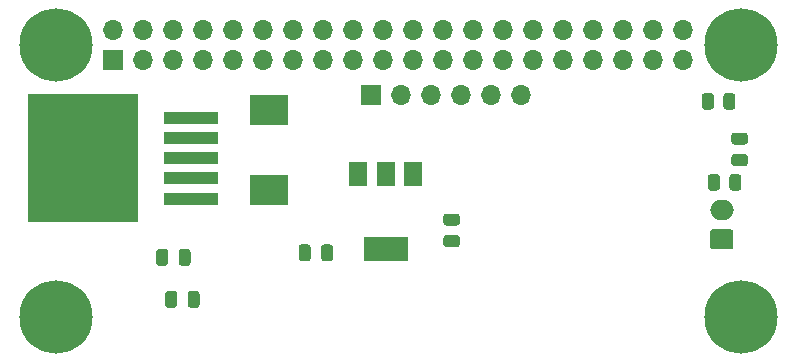
<source format=gbr>
G04 #@! TF.GenerationSoftware,KiCad,Pcbnew,(5.1.9)-1*
G04 #@! TF.CreationDate,2021-08-26T16:25:23+03:00*
G04 #@! TF.ProjectId,ZigbeeShild01,5a696762-6565-4536-9869-6c6430312e6b,rev?*
G04 #@! TF.SameCoordinates,Original*
G04 #@! TF.FileFunction,Soldermask,Bot*
G04 #@! TF.FilePolarity,Negative*
%FSLAX46Y46*%
G04 Gerber Fmt 4.6, Leading zero omitted, Abs format (unit mm)*
G04 Created by KiCad (PCBNEW (5.1.9)-1) date 2021-08-26 16:25:23*
%MOMM*%
%LPD*%
G01*
G04 APERTURE LIST*
%ADD10R,9.400000X10.800000*%
%ADD11R,4.600000X1.100000*%
%ADD12O,1.700000X1.700000*%
%ADD13R,1.700000X1.700000*%
%ADD14R,1.500000X2.000000*%
%ADD15R,3.800000X2.000000*%
%ADD16O,2.000000X1.700000*%
%ADD17R,3.300000X2.500000*%
%ADD18C,6.200000*%
G04 APERTURE END LIST*
G36*
G01*
X73044000Y-40074002D02*
X73044000Y-39173998D01*
G75*
G02*
X73293998Y-38924000I249998J0D01*
G01*
X73819002Y-38924000D01*
G75*
G02*
X74069000Y-39173998I0J-249998D01*
G01*
X74069000Y-40074002D01*
G75*
G02*
X73819002Y-40324000I-249998J0D01*
G01*
X73293998Y-40324000D01*
G75*
G02*
X73044000Y-40074002I0J249998D01*
G01*
G37*
G36*
G01*
X71219000Y-40074002D02*
X71219000Y-39173998D01*
G75*
G02*
X71468998Y-38924000I249998J0D01*
G01*
X71994002Y-38924000D01*
G75*
G02*
X72244000Y-39173998I0J-249998D01*
G01*
X72244000Y-40074002D01*
G75*
G02*
X71994002Y-40324000I-249998J0D01*
G01*
X71468998Y-40324000D01*
G75*
G02*
X71219000Y-40074002I0J249998D01*
G01*
G37*
D10*
X18288000Y-37592000D03*
D11*
X27438000Y-40992000D03*
X27438000Y-39292000D03*
X27438000Y-37592000D03*
X27438000Y-35892000D03*
X27438000Y-34192000D03*
D12*
X55372000Y-32258000D03*
X52832000Y-32258000D03*
X50292000Y-32258000D03*
X47752000Y-32258000D03*
X45212000Y-32258000D03*
D13*
X42672000Y-32258000D03*
G36*
G01*
X49079998Y-44088000D02*
X49980002Y-44088000D01*
G75*
G02*
X50230000Y-44337998I0J-249998D01*
G01*
X50230000Y-44863002D01*
G75*
G02*
X49980002Y-45113000I-249998J0D01*
G01*
X49079998Y-45113000D01*
G75*
G02*
X48830000Y-44863002I0J249998D01*
G01*
X48830000Y-44337998D01*
G75*
G02*
X49079998Y-44088000I249998J0D01*
G01*
G37*
G36*
G01*
X49079998Y-42263000D02*
X49980002Y-42263000D01*
G75*
G02*
X50230000Y-42512998I0J-249998D01*
G01*
X50230000Y-43038002D01*
G75*
G02*
X49980002Y-43288000I-249998J0D01*
G01*
X49079998Y-43288000D01*
G75*
G02*
X48830000Y-43038002I0J249998D01*
G01*
X48830000Y-42512998D01*
G75*
G02*
X49079998Y-42263000I249998J0D01*
G01*
G37*
G36*
G01*
X74364002Y-36430000D02*
X73463998Y-36430000D01*
G75*
G02*
X73214000Y-36180002I0J249998D01*
G01*
X73214000Y-35654998D01*
G75*
G02*
X73463998Y-35405000I249998J0D01*
G01*
X74364002Y-35405000D01*
G75*
G02*
X74614000Y-35654998I0J-249998D01*
G01*
X74614000Y-36180002D01*
G75*
G02*
X74364002Y-36430000I-249998J0D01*
G01*
G37*
G36*
G01*
X74364002Y-38255000D02*
X73463998Y-38255000D01*
G75*
G02*
X73214000Y-38005002I0J249998D01*
G01*
X73214000Y-37479998D01*
G75*
G02*
X73463998Y-37230000I249998J0D01*
G01*
X74364002Y-37230000D01*
G75*
G02*
X74614000Y-37479998I0J-249998D01*
G01*
X74614000Y-38005002D01*
G75*
G02*
X74364002Y-38255000I-249998J0D01*
G01*
G37*
G36*
G01*
X72536000Y-33216002D02*
X72536000Y-32315998D01*
G75*
G02*
X72785998Y-32066000I249998J0D01*
G01*
X73311002Y-32066000D01*
G75*
G02*
X73561000Y-32315998I0J-249998D01*
G01*
X73561000Y-33216002D01*
G75*
G02*
X73311002Y-33466000I-249998J0D01*
G01*
X72785998Y-33466000D01*
G75*
G02*
X72536000Y-33216002I0J249998D01*
G01*
G37*
G36*
G01*
X70711000Y-33216002D02*
X70711000Y-32315998D01*
G75*
G02*
X70960998Y-32066000I249998J0D01*
G01*
X71486002Y-32066000D01*
G75*
G02*
X71736000Y-32315998I0J-249998D01*
G01*
X71736000Y-33216002D01*
G75*
G02*
X71486002Y-33466000I-249998J0D01*
G01*
X70960998Y-33466000D01*
G75*
G02*
X70711000Y-33216002I0J249998D01*
G01*
G37*
D14*
X41642000Y-38950500D03*
X46242000Y-38950500D03*
X43942000Y-38950500D03*
D15*
X43942000Y-45250500D03*
G36*
G01*
X37584000Y-45118000D02*
X37584000Y-46068000D01*
G75*
G02*
X37334000Y-46318000I-250000J0D01*
G01*
X36834000Y-46318000D01*
G75*
G02*
X36584000Y-46068000I0J250000D01*
G01*
X36584000Y-45118000D01*
G75*
G02*
X36834000Y-44868000I250000J0D01*
G01*
X37334000Y-44868000D01*
G75*
G02*
X37584000Y-45118000I0J-250000D01*
G01*
G37*
G36*
G01*
X39484000Y-45118000D02*
X39484000Y-46068000D01*
G75*
G02*
X39234000Y-46318000I-250000J0D01*
G01*
X38734000Y-46318000D01*
G75*
G02*
X38484000Y-46068000I0J250000D01*
G01*
X38484000Y-45118000D01*
G75*
G02*
X38734000Y-44868000I250000J0D01*
G01*
X39234000Y-44868000D01*
G75*
G02*
X39484000Y-45118000I0J-250000D01*
G01*
G37*
D12*
X69126100Y-26733500D03*
X69126100Y-29273500D03*
X66586100Y-26733500D03*
X66586100Y-29273500D03*
X64046100Y-26733500D03*
X64046100Y-29273500D03*
X61506100Y-26733500D03*
X61506100Y-29273500D03*
X58966100Y-26733500D03*
X58966100Y-29273500D03*
X56426100Y-26733500D03*
X56426100Y-29273500D03*
X53886100Y-26733500D03*
X53886100Y-29273500D03*
X51346100Y-26733500D03*
X51346100Y-29273500D03*
X48806100Y-26733500D03*
X48806100Y-29273500D03*
X46266100Y-26733500D03*
X46266100Y-29273500D03*
X43726100Y-26733500D03*
X43726100Y-29273500D03*
X41186100Y-26733500D03*
X41186100Y-29273500D03*
X38646100Y-26733500D03*
X38646100Y-29273500D03*
X36106100Y-26733500D03*
X36106100Y-29273500D03*
X33566100Y-26733500D03*
X33566100Y-29273500D03*
X31026100Y-26733500D03*
X31026100Y-29273500D03*
X28486100Y-26733500D03*
X28486100Y-29273500D03*
X25946100Y-26733500D03*
X25946100Y-29273500D03*
X23406100Y-26733500D03*
X23406100Y-29273500D03*
X20866100Y-26733500D03*
D13*
X20866100Y-29273500D03*
D16*
X72390000Y-41950000D03*
G36*
G01*
X73140000Y-45300000D02*
X71640000Y-45300000D01*
G75*
G02*
X71390000Y-45050000I0J250000D01*
G01*
X71390000Y-43850000D01*
G75*
G02*
X71640000Y-43600000I250000J0D01*
G01*
X73140000Y-43600000D01*
G75*
G02*
X73390000Y-43850000I0J-250000D01*
G01*
X73390000Y-45050000D01*
G75*
G02*
X73140000Y-45300000I-250000J0D01*
G01*
G37*
D17*
X34036000Y-40259000D03*
X34036000Y-33459000D03*
G36*
G01*
X26424000Y-46449000D02*
X26424000Y-45499000D01*
G75*
G02*
X26674000Y-45249000I250000J0D01*
G01*
X27174000Y-45249000D01*
G75*
G02*
X27424000Y-45499000I0J-250000D01*
G01*
X27424000Y-46449000D01*
G75*
G02*
X27174000Y-46699000I-250000J0D01*
G01*
X26674000Y-46699000D01*
G75*
G02*
X26424000Y-46449000I0J250000D01*
G01*
G37*
G36*
G01*
X24524000Y-46449000D02*
X24524000Y-45499000D01*
G75*
G02*
X24774000Y-45249000I250000J0D01*
G01*
X25274000Y-45249000D01*
G75*
G02*
X25524000Y-45499000I0J-250000D01*
G01*
X25524000Y-46449000D01*
G75*
G02*
X25274000Y-46699000I-250000J0D01*
G01*
X24774000Y-46699000D01*
G75*
G02*
X24524000Y-46449000I0J250000D01*
G01*
G37*
G36*
G01*
X26286000Y-49055000D02*
X26286000Y-50005000D01*
G75*
G02*
X26036000Y-50255000I-250000J0D01*
G01*
X25536000Y-50255000D01*
G75*
G02*
X25286000Y-50005000I0J250000D01*
G01*
X25286000Y-49055000D01*
G75*
G02*
X25536000Y-48805000I250000J0D01*
G01*
X26036000Y-48805000D01*
G75*
G02*
X26286000Y-49055000I0J-250000D01*
G01*
G37*
G36*
G01*
X28186000Y-49055000D02*
X28186000Y-50005000D01*
G75*
G02*
X27936000Y-50255000I-250000J0D01*
G01*
X27436000Y-50255000D01*
G75*
G02*
X27186000Y-50005000I0J250000D01*
G01*
X27186000Y-49055000D01*
G75*
G02*
X27436000Y-48805000I250000J0D01*
G01*
X27936000Y-48805000D01*
G75*
G02*
X28186000Y-49055000I0J-250000D01*
G01*
G37*
D18*
X16000000Y-51000000D03*
X74000000Y-28000000D03*
X74000000Y-51000000D03*
X16000000Y-28000000D03*
M02*

</source>
